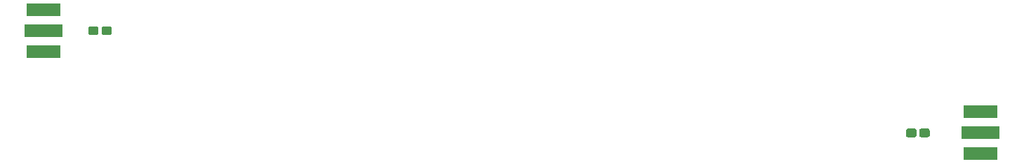
<source format=gbr>
G04 #@! TF.GenerationSoftware,KiCad,Pcbnew,5.1.2-f72e74a~84~ubuntu18.04.1*
G04 #@! TF.CreationDate,2019-11-26T15:09:58+01:00*
G04 #@! TF.ProjectId,FR4_proto2,4652345f-7072-46f7-946f-322e6b696361,rev?*
G04 #@! TF.SameCoordinates,Original*
G04 #@! TF.FileFunction,Paste,Top*
G04 #@! TF.FilePolarity,Positive*
%FSLAX46Y46*%
G04 Gerber Fmt 4.6, Leading zero omitted, Abs format (unit mm)*
G04 Created by KiCad (PCBNEW 5.1.2-f72e74a~84~ubuntu18.04.1) date 2019-11-26 15:09:58*
%MOMM*%
%LPD*%
G04 APERTURE LIST*
%ADD10C,0.100000*%
%ADD11C,1.050000*%
%ADD12R,4.060000X1.520000*%
%ADD13R,4.600000X1.520000*%
G04 APERTURE END LIST*
D10*
G36*
X176199505Y-94426204D02*
G01*
X176223773Y-94429804D01*
X176247572Y-94435765D01*
X176270671Y-94444030D01*
X176292850Y-94454520D01*
X176313893Y-94467132D01*
X176333599Y-94481747D01*
X176351777Y-94498223D01*
X176368253Y-94516401D01*
X176382868Y-94536107D01*
X176395480Y-94557150D01*
X176405970Y-94579329D01*
X176414235Y-94602428D01*
X176420196Y-94626227D01*
X176423796Y-94650495D01*
X176425000Y-94674999D01*
X176425000Y-95225001D01*
X176423796Y-95249505D01*
X176420196Y-95273773D01*
X176414235Y-95297572D01*
X176405970Y-95320671D01*
X176395480Y-95342850D01*
X176382868Y-95363893D01*
X176368253Y-95383599D01*
X176351777Y-95401777D01*
X176333599Y-95418253D01*
X176313893Y-95432868D01*
X176292850Y-95445480D01*
X176270671Y-95455970D01*
X176247572Y-95464235D01*
X176223773Y-95470196D01*
X176199505Y-95473796D01*
X176175001Y-95475000D01*
X175424999Y-95475000D01*
X175400495Y-95473796D01*
X175376227Y-95470196D01*
X175352428Y-95464235D01*
X175329329Y-95455970D01*
X175307150Y-95445480D01*
X175286107Y-95432868D01*
X175266401Y-95418253D01*
X175248223Y-95401777D01*
X175231747Y-95383599D01*
X175217132Y-95363893D01*
X175204520Y-95342850D01*
X175194030Y-95320671D01*
X175185765Y-95297572D01*
X175179804Y-95273773D01*
X175176204Y-95249505D01*
X175175000Y-95225001D01*
X175175000Y-94674999D01*
X175176204Y-94650495D01*
X175179804Y-94626227D01*
X175185765Y-94602428D01*
X175194030Y-94579329D01*
X175204520Y-94557150D01*
X175217132Y-94536107D01*
X175231747Y-94516401D01*
X175248223Y-94498223D01*
X175266401Y-94481747D01*
X175286107Y-94467132D01*
X175307150Y-94454520D01*
X175329329Y-94444030D01*
X175352428Y-94435765D01*
X175376227Y-94429804D01*
X175400495Y-94426204D01*
X175424999Y-94425000D01*
X176175001Y-94425000D01*
X176199505Y-94426204D01*
X176199505Y-94426204D01*
G37*
D11*
X175800000Y-94950000D03*
D10*
G36*
X177799505Y-94426204D02*
G01*
X177823773Y-94429804D01*
X177847572Y-94435765D01*
X177870671Y-94444030D01*
X177892850Y-94454520D01*
X177913893Y-94467132D01*
X177933599Y-94481747D01*
X177951777Y-94498223D01*
X177968253Y-94516401D01*
X177982868Y-94536107D01*
X177995480Y-94557150D01*
X178005970Y-94579329D01*
X178014235Y-94602428D01*
X178020196Y-94626227D01*
X178023796Y-94650495D01*
X178025000Y-94674999D01*
X178025000Y-95225001D01*
X178023796Y-95249505D01*
X178020196Y-95273773D01*
X178014235Y-95297572D01*
X178005970Y-95320671D01*
X177995480Y-95342850D01*
X177982868Y-95363893D01*
X177968253Y-95383599D01*
X177951777Y-95401777D01*
X177933599Y-95418253D01*
X177913893Y-95432868D01*
X177892850Y-95445480D01*
X177870671Y-95455970D01*
X177847572Y-95464235D01*
X177823773Y-95470196D01*
X177799505Y-95473796D01*
X177775001Y-95475000D01*
X177024999Y-95475000D01*
X177000495Y-95473796D01*
X176976227Y-95470196D01*
X176952428Y-95464235D01*
X176929329Y-95455970D01*
X176907150Y-95445480D01*
X176886107Y-95432868D01*
X176866401Y-95418253D01*
X176848223Y-95401777D01*
X176831747Y-95383599D01*
X176817132Y-95363893D01*
X176804520Y-95342850D01*
X176794030Y-95320671D01*
X176785765Y-95297572D01*
X176779804Y-95273773D01*
X176776204Y-95249505D01*
X176775000Y-95225001D01*
X176775000Y-94674999D01*
X176776204Y-94650495D01*
X176779804Y-94626227D01*
X176785765Y-94602428D01*
X176794030Y-94579329D01*
X176804520Y-94557150D01*
X176817132Y-94536107D01*
X176831747Y-94516401D01*
X176848223Y-94498223D01*
X176866401Y-94481747D01*
X176886107Y-94467132D01*
X176907150Y-94454520D01*
X176929329Y-94444030D01*
X176952428Y-94435765D01*
X176976227Y-94429804D01*
X177000495Y-94426204D01*
X177024999Y-94425000D01*
X177775001Y-94425000D01*
X177799505Y-94426204D01*
X177799505Y-94426204D01*
G37*
D11*
X177400000Y-94950000D03*
D10*
G36*
X77539505Y-82026204D02*
G01*
X77563773Y-82029804D01*
X77587572Y-82035765D01*
X77610671Y-82044030D01*
X77632850Y-82054520D01*
X77653893Y-82067132D01*
X77673599Y-82081747D01*
X77691777Y-82098223D01*
X77708253Y-82116401D01*
X77722868Y-82136107D01*
X77735480Y-82157150D01*
X77745970Y-82179329D01*
X77754235Y-82202428D01*
X77760196Y-82226227D01*
X77763796Y-82250495D01*
X77765000Y-82274999D01*
X77765000Y-82825001D01*
X77763796Y-82849505D01*
X77760196Y-82873773D01*
X77754235Y-82897572D01*
X77745970Y-82920671D01*
X77735480Y-82942850D01*
X77722868Y-82963893D01*
X77708253Y-82983599D01*
X77691777Y-83001777D01*
X77673599Y-83018253D01*
X77653893Y-83032868D01*
X77632850Y-83045480D01*
X77610671Y-83055970D01*
X77587572Y-83064235D01*
X77563773Y-83070196D01*
X77539505Y-83073796D01*
X77515001Y-83075000D01*
X76764999Y-83075000D01*
X76740495Y-83073796D01*
X76716227Y-83070196D01*
X76692428Y-83064235D01*
X76669329Y-83055970D01*
X76647150Y-83045480D01*
X76626107Y-83032868D01*
X76606401Y-83018253D01*
X76588223Y-83001777D01*
X76571747Y-82983599D01*
X76557132Y-82963893D01*
X76544520Y-82942850D01*
X76534030Y-82920671D01*
X76525765Y-82897572D01*
X76519804Y-82873773D01*
X76516204Y-82849505D01*
X76515000Y-82825001D01*
X76515000Y-82274999D01*
X76516204Y-82250495D01*
X76519804Y-82226227D01*
X76525765Y-82202428D01*
X76534030Y-82179329D01*
X76544520Y-82157150D01*
X76557132Y-82136107D01*
X76571747Y-82116401D01*
X76588223Y-82098223D01*
X76606401Y-82081747D01*
X76626107Y-82067132D01*
X76647150Y-82054520D01*
X76669329Y-82044030D01*
X76692428Y-82035765D01*
X76716227Y-82029804D01*
X76740495Y-82026204D01*
X76764999Y-82025000D01*
X77515001Y-82025000D01*
X77539505Y-82026204D01*
X77539505Y-82026204D01*
G37*
D11*
X77140000Y-82550000D03*
D10*
G36*
X79139505Y-82026204D02*
G01*
X79163773Y-82029804D01*
X79187572Y-82035765D01*
X79210671Y-82044030D01*
X79232850Y-82054520D01*
X79253893Y-82067132D01*
X79273599Y-82081747D01*
X79291777Y-82098223D01*
X79308253Y-82116401D01*
X79322868Y-82136107D01*
X79335480Y-82157150D01*
X79345970Y-82179329D01*
X79354235Y-82202428D01*
X79360196Y-82226227D01*
X79363796Y-82250495D01*
X79365000Y-82274999D01*
X79365000Y-82825001D01*
X79363796Y-82849505D01*
X79360196Y-82873773D01*
X79354235Y-82897572D01*
X79345970Y-82920671D01*
X79335480Y-82942850D01*
X79322868Y-82963893D01*
X79308253Y-82983599D01*
X79291777Y-83001777D01*
X79273599Y-83018253D01*
X79253893Y-83032868D01*
X79232850Y-83045480D01*
X79210671Y-83055970D01*
X79187572Y-83064235D01*
X79163773Y-83070196D01*
X79139505Y-83073796D01*
X79115001Y-83075000D01*
X78364999Y-83075000D01*
X78340495Y-83073796D01*
X78316227Y-83070196D01*
X78292428Y-83064235D01*
X78269329Y-83055970D01*
X78247150Y-83045480D01*
X78226107Y-83032868D01*
X78206401Y-83018253D01*
X78188223Y-83001777D01*
X78171747Y-82983599D01*
X78157132Y-82963893D01*
X78144520Y-82942850D01*
X78134030Y-82920671D01*
X78125765Y-82897572D01*
X78119804Y-82873773D01*
X78116204Y-82849505D01*
X78115000Y-82825001D01*
X78115000Y-82274999D01*
X78116204Y-82250495D01*
X78119804Y-82226227D01*
X78125765Y-82202428D01*
X78134030Y-82179329D01*
X78144520Y-82157150D01*
X78157132Y-82136107D01*
X78171747Y-82116401D01*
X78188223Y-82098223D01*
X78206401Y-82081747D01*
X78226107Y-82067132D01*
X78247150Y-82054520D01*
X78269329Y-82044030D01*
X78292428Y-82035765D01*
X78316227Y-82029804D01*
X78340495Y-82026204D01*
X78364999Y-82025000D01*
X79115001Y-82025000D01*
X79139505Y-82026204D01*
X79139505Y-82026204D01*
G37*
D11*
X78740000Y-82550000D03*
D12*
X184150000Y-97490000D03*
X184150000Y-92410000D03*
D13*
X184150000Y-94950000D03*
D12*
X71120000Y-80010000D03*
X71120000Y-85090000D03*
D13*
X71120000Y-82550000D03*
M02*

</source>
